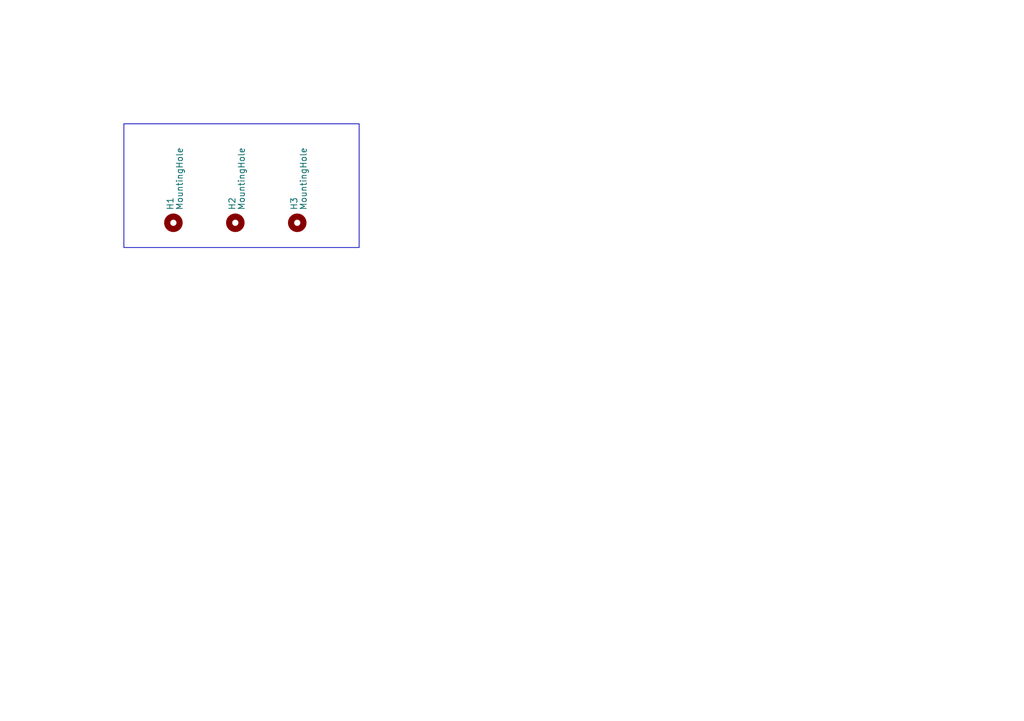
<source format=kicad_sch>
(kicad_sch (version 20230121) (generator eeschema)

  (uuid 139e3044-b870-4b2f-acfa-8b057932fd92)

  (paper "A5")

  (lib_symbols
    (symbol "Mechanical:MountingHole" (pin_names (offset 1.016)) (in_bom yes) (on_board yes)
      (property "Reference" "H" (at 0 5.08 0)
        (effects (font (size 1.27 1.27)))
      )
      (property "Value" "MountingHole" (at 0 3.175 0)
        (effects (font (size 1.27 1.27)))
      )
      (property "Footprint" "" (at 0 0 0)
        (effects (font (size 1.27 1.27)) hide)
      )
      (property "Datasheet" "~" (at 0 0 0)
        (effects (font (size 1.27 1.27)) hide)
      )
      (property "ki_keywords" "mounting hole" (at 0 0 0)
        (effects (font (size 1.27 1.27)) hide)
      )
      (property "ki_description" "Mounting Hole without connection" (at 0 0 0)
        (effects (font (size 1.27 1.27)) hide)
      )
      (property "ki_fp_filters" "MountingHole*" (at 0 0 0)
        (effects (font (size 1.27 1.27)) hide)
      )
      (symbol "MountingHole_0_1"
        (circle (center 0 0) (radius 1.27)
          (stroke (width 1.27) (type default))
          (fill (type none))
        )
      )
    )
  )


  (rectangle (start 25.4 25.4) (end 73.66 50.8)
    (stroke (width 0) (type default))
    (fill (type none))
    (uuid 9db3268d-d756-4cf8-8318-7f533bfb31f4)
  )

  (symbol (lib_id "Mechanical:MountingHole") (at 60.96 45.72 90) (unit 1)
    (in_bom yes) (on_board yes) (dnp no) (fields_autoplaced)
    (uuid 016143c5-629e-4c59-91df-c53b47bf086f)
    (property "Reference" "H3" (at 60.3163 43.18 0)
      (effects (font (size 1.27 1.27)) (justify left))
    )
    (property "Value" "MountingHole" (at 62.2373 43.18 0)
      (effects (font (size 1.27 1.27)) (justify left))
    )
    (property "Footprint" "MountingHole:MountingHole_2.5mm" (at 60.96 45.72 0)
      (effects (font (size 1.27 1.27)) hide)
    )
    (property "Datasheet" "~" (at 60.96 45.72 0)
      (effects (font (size 1.27 1.27)) hide)
    )
    (instances
      (project "kha-bgt-spacer"
        (path "/139e3044-b870-4b2f-acfa-8b057932fd92"
          (reference "H3") (unit 1)
        )
      )
    )
  )

  (symbol (lib_id "Mechanical:MountingHole") (at 48.26 45.72 90) (unit 1)
    (in_bom yes) (on_board yes) (dnp no) (fields_autoplaced)
    (uuid 19570f29-f921-4374-9aa7-fe31ebdfa2d4)
    (property "Reference" "H2" (at 47.6163 43.18 0)
      (effects (font (size 1.27 1.27)) (justify left))
    )
    (property "Value" "MountingHole" (at 49.5373 43.18 0)
      (effects (font (size 1.27 1.27)) (justify left))
    )
    (property "Footprint" "MountingHole:MountingHole_2.5mm" (at 48.26 45.72 0)
      (effects (font (size 1.27 1.27)) hide)
    )
    (property "Datasheet" "~" (at 48.26 45.72 0)
      (effects (font (size 1.27 1.27)) hide)
    )
    (instances
      (project "kha-bgt-spacer"
        (path "/139e3044-b870-4b2f-acfa-8b057932fd92"
          (reference "H2") (unit 1)
        )
      )
    )
  )

  (symbol (lib_id "Mechanical:MountingHole") (at 35.56 45.72 90) (unit 1)
    (in_bom yes) (on_board yes) (dnp no) (fields_autoplaced)
    (uuid 66dc4b97-5027-4474-b455-9ffb75f6db5a)
    (property "Reference" "H1" (at 34.9163 43.18 0)
      (effects (font (size 1.27 1.27)) (justify left))
    )
    (property "Value" "MountingHole" (at 36.8373 43.18 0)
      (effects (font (size 1.27 1.27)) (justify left))
    )
    (property "Footprint" "MountingHole:MountingHole_2.5mm" (at 35.56 45.72 0)
      (effects (font (size 1.27 1.27)) hide)
    )
    (property "Datasheet" "~" (at 35.56 45.72 0)
      (effects (font (size 1.27 1.27)) hide)
    )
    (instances
      (project "kha-bgt-spacer"
        (path "/139e3044-b870-4b2f-acfa-8b057932fd92"
          (reference "H1") (unit 1)
        )
      )
    )
  )

  (sheet_instances
    (path "/" (page "1"))
  )
)

</source>
